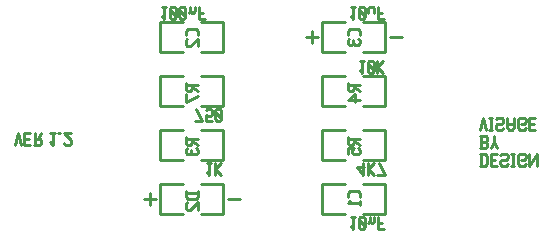
<source format=gbo>
G04 start of page 10 for group -4078 idx -4078 *
G04 Title: (unknown), bottomsilk *
G04 Creator: pcb 20140316 *
G04 CreationDate: Sat 19 Jul 2014 12:31:25 AM GMT UTC *
G04 For: visage *
G04 Format: Gerber/RS-274X *
G04 PCB-Dimensions (mil): 2010.00 1020.00 *
G04 PCB-Coordinate-Origin: lower left *
%MOIN*%
%FSLAX25Y25*%
%LNBOTTOMSILK*%
%ADD52C,0.0100*%
G54D52*X128000Y42500D02*X130000Y40000D01*
X128000Y42500D02*X130500D01*
X130000Y40000D02*Y44000D01*
X131700Y40000D02*Y44000D01*
Y42000D02*X133700Y40000D01*
X131700Y42000D02*X133700Y44000D01*
X135400D02*X137400Y40000D01*
X134900D02*X137400D01*
X126000Y92800D02*X126800Y92000D01*
Y96000D01*
X126000D02*X127500D01*
X128700Y95500D02*X129200Y96000D01*
X128700Y92500D02*Y95500D01*
Y92500D02*X129200Y92000D01*
X130200D01*
X130700Y92500D01*
Y95500D01*
X130200Y96000D02*X130700Y95500D01*
X129200Y96000D02*X130200D01*
X128700Y95000D02*X130700Y93000D01*
X131900Y94000D02*Y95500D01*
X132400Y96000D01*
X133400D01*
X133900Y95500D01*
Y94000D02*Y95500D01*
X135100Y92000D02*Y96000D01*
Y92000D02*X137100D01*
X135100Y93800D02*X136600D01*
X169000Y53000D02*X171000D01*
X171500Y52500D01*
Y51300D02*Y52500D01*
X171000Y50800D02*X171500Y51300D01*
X169500Y50800D02*X171000D01*
X169500Y49000D02*Y53000D01*
X169000Y49000D02*X171000D01*
X171500Y49500D01*
Y50300D01*
X171000Y50800D02*X171500Y50300D01*
X172700Y49000D02*X173700Y51000D01*
X174700Y49000D01*
X173700Y51000D02*Y53000D01*
X169500Y43000D02*Y47000D01*
X170800Y43000D02*X171500Y43700D01*
Y46300D01*
X170800Y47000D02*X171500Y46300D01*
X169000Y47000D02*X170800D01*
X169000Y43000D02*X170800D01*
X172700Y44800D02*X174200D01*
X172700Y47000D02*X174700D01*
X172700Y43000D02*Y47000D01*
Y43000D02*X174700D01*
X177900D02*X178400Y43500D01*
X176400Y43000D02*X177900D01*
X175900Y43500D02*X176400Y43000D01*
X175900Y43500D02*Y44500D01*
X176400Y45000D01*
X177900D01*
X178400Y45500D01*
Y46500D01*
X177900Y47000D02*X178400Y46500D01*
X176400Y47000D02*X177900D01*
X175900Y46500D02*X176400Y47000D01*
X179600Y43000D02*X180600D01*
X180100D02*Y47000D01*
X179600D02*X180600D01*
X183800Y43000D02*X184300Y43500D01*
X182300Y43000D02*X183800D01*
X181800Y43500D02*X182300Y43000D01*
X181800Y43500D02*Y46500D01*
X182300Y47000D01*
X183800D01*
X184300Y46500D01*
Y45500D02*Y46500D01*
X183800Y45000D02*X184300Y45500D01*
X182800Y45000D02*X183800D01*
X185500Y43000D02*Y47000D01*
Y43000D02*X188000Y47000D01*
Y43000D02*Y47000D01*
X169000Y55000D02*X170000Y59000D01*
X171000Y55000D01*
X172200D02*X173200D01*
X172700D02*Y59000D01*
X172200D02*X173200D01*
X176400Y55000D02*X176900Y55500D01*
X174900Y55000D02*X176400D01*
X174400Y55500D02*X174900Y55000D01*
X174400Y55500D02*Y56500D01*
X174900Y57000D01*
X176400D01*
X176900Y57500D01*
Y58500D01*
X176400Y59000D02*X176900Y58500D01*
X174900Y59000D02*X176400D01*
X174400Y58500D02*X174900Y59000D01*
X178100Y56000D02*Y59000D01*
Y56000D02*X178800Y55000D01*
X179900D01*
X180600Y56000D01*
Y59000D01*
X178100Y57000D02*X180600D01*
X183800Y55000D02*X184300Y55500D01*
X182300Y55000D02*X183800D01*
X181800Y55500D02*X182300Y55000D01*
X181800Y55500D02*Y58500D01*
X182300Y59000D01*
X183800D01*
X184300Y58500D01*
Y57500D02*Y58500D01*
X183800Y57000D02*X184300Y57500D01*
X182800Y57000D02*X183800D01*
X185500Y56800D02*X187000D01*
X185500Y59000D02*X187500D01*
X185500Y55000D02*Y59000D01*
Y55000D02*X187500D01*
X129000Y74800D02*X129800Y74000D01*
Y78000D01*
X129000D02*X130500D01*
X131700Y77500D02*X132200Y78000D01*
X131700Y74500D02*Y77500D01*
Y74500D02*X132200Y74000D01*
X133200D01*
X133700Y74500D01*
Y77500D01*
X133200Y78000D02*X133700Y77500D01*
X132200Y78000D02*X133200D01*
X131700Y77000D02*X133700Y75000D01*
X134900Y74000D02*Y78000D01*
Y76000D02*X136900Y74000D01*
X134900Y76000D02*X136900Y78000D01*
X78000Y40800D02*X78800Y40000D01*
Y44000D01*
X78000D02*X79500D01*
X80700Y40000D02*Y44000D01*
Y42000D02*X82700Y40000D01*
X80700Y42000D02*X82700Y44000D01*
X63000Y92800D02*X63800Y92000D01*
Y96000D01*
X63000D02*X64500D01*
X65700Y95500D02*X66200Y96000D01*
X65700Y92500D02*Y95500D01*
Y92500D02*X66200Y92000D01*
X67200D01*
X67700Y92500D01*
Y95500D01*
X67200Y96000D02*X67700Y95500D01*
X66200Y96000D02*X67200D01*
X65700Y95000D02*X67700Y93000D01*
X68900Y95500D02*X69400Y96000D01*
X68900Y92500D02*Y95500D01*
Y92500D02*X69400Y92000D01*
X70400D01*
X70900Y92500D01*
Y95500D01*
X70400Y96000D02*X70900Y95500D01*
X69400Y96000D02*X70400D01*
X68900Y95000D02*X70900Y93000D01*
X72600Y94500D02*Y96000D01*
Y94500D02*X73100Y94000D01*
X73600D01*
X74100Y94500D01*
Y96000D01*
X72100Y94000D02*X72600Y94500D01*
X75300Y92000D02*Y96000D01*
Y92000D02*X77300D01*
X75300Y93800D02*X76800D01*
X14000Y50000D02*X15000Y54000D01*
X16000Y50000D01*
X17200Y51800D02*X18700D01*
X17200Y54000D02*X19200D01*
X17200Y50000D02*Y54000D01*
Y50000D02*X19200D01*
X20400D02*X22400D01*
X22900Y50500D01*
Y51500D01*
X22400Y52000D02*X22900Y51500D01*
X20900Y52000D02*X22400D01*
X20900Y50000D02*Y54000D01*
X21700Y52000D02*X22900Y54000D01*
X25900Y50800D02*X26700Y50000D01*
Y54000D01*
X25900D02*X27400D01*
X28600D02*X29100D01*
X30300Y50500D02*X30800Y50000D01*
X32300D01*
X32800Y50500D01*
Y51500D01*
X30300Y54000D02*X32800Y51500D01*
X30300Y54000D02*X32800D01*
X74500Y62000D02*X76500Y58000D01*
X74000D02*X76500D01*
X77700D02*X79700D01*
X77700D02*Y60000D01*
X78200Y59500D01*
X79200D01*
X79700Y60000D01*
Y61500D01*
X79200Y62000D02*X79700Y61500D01*
X78200Y62000D02*X79200D01*
X77700Y61500D02*X78200Y62000D01*
X80900Y61500D02*X81400Y62000D01*
X80900Y58500D02*Y61500D01*
Y58500D02*X81400Y58000D01*
X82400D01*
X82900Y58500D01*
Y61500D01*
X82400Y62000D02*X82900Y61500D01*
X81400Y62000D02*X82400D01*
X80900Y61000D02*X82900Y59000D01*
X126000Y22800D02*X126800Y22000D01*
Y26000D01*
X126000D02*X127500D01*
X128700Y25500D02*X129200Y26000D01*
X128700Y22500D02*Y25500D01*
Y22500D02*X129200Y22000D01*
X130200D01*
X130700Y22500D01*
Y25500D01*
X130200Y26000D02*X130700Y25500D01*
X129200Y26000D02*X130200D01*
X128700Y25000D02*X130700Y23000D01*
X132400Y24500D02*Y26000D01*
Y24500D02*X132900Y24000D01*
X133400D01*
X133900Y24500D01*
Y26000D01*
X131900Y24000D02*X132400Y24500D01*
X135100Y22000D02*Y26000D01*
Y22000D02*X137100D01*
X135100Y23800D02*X136600D01*
X62500Y45000D02*X70000D01*
X76000D02*X83500D01*
X62500Y55000D02*X70000D01*
X76000D02*X83500D01*
X62500Y45000D02*Y55000D01*
X83500Y45000D02*Y55000D01*
X62500Y27000D02*X70000D01*
X76000D02*X83500D01*
X62500Y37000D02*X70000D01*
X76000D02*X83500D01*
X62500Y27000D02*Y37000D01*
X83500Y27000D02*Y37000D01*
X57000Y32000D02*X61000D01*
X59000Y30000D02*Y34000D01*
X85000Y32000D02*X89000D01*
X62500Y81000D02*X70000D01*
X76000D02*X83500D01*
X62500Y91000D02*X70000D01*
X76000D02*X83500D01*
X62500Y81000D02*Y91000D01*
X83500Y81000D02*Y91000D01*
X62500Y63000D02*X70000D01*
X76000D02*X83500D01*
X62500Y73000D02*X70000D01*
X76000D02*X83500D01*
X62500Y63000D02*Y73000D01*
X83500Y63000D02*Y73000D01*
X116500Y81000D02*X124000D01*
X130000D02*X137500D01*
X116500Y91000D02*X124000D01*
X130000D02*X137500D01*
X116500Y81000D02*Y91000D01*
X137500Y81000D02*Y91000D01*
X115000Y86000D02*X111000D01*
X113000Y84000D02*Y88000D01*
X139000Y86000D02*X143000D01*
X116500Y63000D02*X124000D01*
X130000D02*X137500D01*
X116500Y73000D02*X124000D01*
X130000D02*X137500D01*
X116500Y63000D02*Y73000D01*
X137500Y63000D02*Y73000D01*
X116500Y45000D02*X124000D01*
X130000D02*X137500D01*
X116500Y55000D02*X124000D01*
X130000D02*X137500D01*
X116500Y45000D02*Y55000D01*
X137500Y45000D02*Y55000D01*
X116500Y27000D02*X124000D01*
X130000D02*X137500D01*
X116500Y37000D02*X124000D01*
X130000D02*X137500D01*
X116500Y27000D02*Y37000D01*
X137500Y27000D02*Y37000D01*
X75000Y86500D02*Y87800D01*
X74300Y88500D02*X75000Y87800D01*
X71700Y88500D02*X74300D01*
X71700D02*X71000Y87800D01*
Y86500D02*Y87800D01*
X71500Y85300D02*X71000Y84800D01*
Y83300D02*Y84800D01*
Y83300D02*X71500Y82800D01*
X72500D01*
X75000Y85300D02*X72500Y82800D01*
X75000D02*Y85300D01*
X71000Y68500D02*Y70500D01*
Y68500D02*X71500Y68000D01*
X72500D01*
X73000Y68500D02*X72500Y68000D01*
X73000Y68500D02*Y70000D01*
X71000D02*X75000D01*
X73000Y69200D02*X75000Y68000D01*
Y66300D02*X71000Y64300D01*
Y66800D01*
Y50500D02*Y52500D01*
Y50500D02*X71500Y50000D01*
X72500D01*
X73000Y50500D02*X72500Y50000D01*
X73000Y50500D02*Y52000D01*
X71000D02*X75000D01*
X73000Y51200D02*X75000Y50000D01*
X71500Y48800D02*X71000Y48300D01*
Y47300D02*Y48300D01*
Y47300D02*X71500Y46800D01*
X75000Y47300D02*X74500Y46800D01*
X75000Y47300D02*Y48300D01*
X74500Y48800D02*X75000Y48300D01*
X72800Y47300D02*Y48300D01*
X71500Y46800D02*X72300D01*
X73300D02*X74500D01*
X73300D02*X72800Y47300D01*
X72300Y46800D02*X72800Y47300D01*
X71000Y34000D02*X75000D01*
X71000Y32700D02*X71700Y32000D01*
X74300D01*
X75000Y32700D02*X74300Y32000D01*
X75000Y32700D02*Y34500D01*
X71000Y32700D02*Y34500D01*
X71500Y30800D02*X71000Y30300D01*
Y28800D02*Y30300D01*
Y28800D02*X71500Y28300D01*
X72500D01*
X75000Y30800D02*X72500Y28300D01*
X75000D02*Y30800D01*
X129000Y86500D02*Y87800D01*
X128300Y88500D02*X129000Y87800D01*
X125700Y88500D02*X128300D01*
X125700D02*X125000Y87800D01*
Y86500D02*Y87800D01*
X125500Y85300D02*X125000Y84800D01*
Y83800D02*Y84800D01*
Y83800D02*X125500Y83300D01*
X129000Y83800D02*X128500Y83300D01*
X129000Y83800D02*Y84800D01*
X128500Y85300D02*X129000Y84800D01*
X126800Y83800D02*Y84800D01*
X125500Y83300D02*X126300D01*
X127300D02*X128500D01*
X127300D02*X126800Y83800D01*
X126300Y83300D02*X126800Y83800D01*
X125000Y68500D02*Y70500D01*
Y68500D02*X125500Y68000D01*
X126500D01*
X127000Y68500D02*X126500Y68000D01*
X127000Y68500D02*Y70000D01*
X125000D02*X129000D01*
X127000Y69200D02*X129000Y68000D01*
X127500Y66800D02*X125000Y64800D01*
X127500Y64300D02*Y66800D01*
X125000Y64800D02*X129000D01*
X125000Y50500D02*Y52500D01*
Y50500D02*X125500Y50000D01*
X126500D01*
X127000Y50500D02*X126500Y50000D01*
X127000Y50500D02*Y52000D01*
X125000D02*X129000D01*
X127000Y51200D02*X129000Y50000D01*
X125000Y46800D02*Y48800D01*
X127000D01*
X126500Y48300D01*
Y47300D02*Y48300D01*
Y47300D02*X127000Y46800D01*
X128500D01*
X129000Y47300D02*X128500Y46800D01*
X129000Y47300D02*Y48300D01*
X128500Y48800D02*X129000Y48300D01*
Y32500D02*Y33800D01*
X128300Y34500D02*X129000Y33800D01*
X125700Y34500D02*X128300D01*
X125700D02*X125000Y33800D01*
Y32500D02*Y33800D01*
X125800Y31300D02*X125000Y30500D01*
X129000D01*
Y29800D02*Y31300D01*
M02*

</source>
